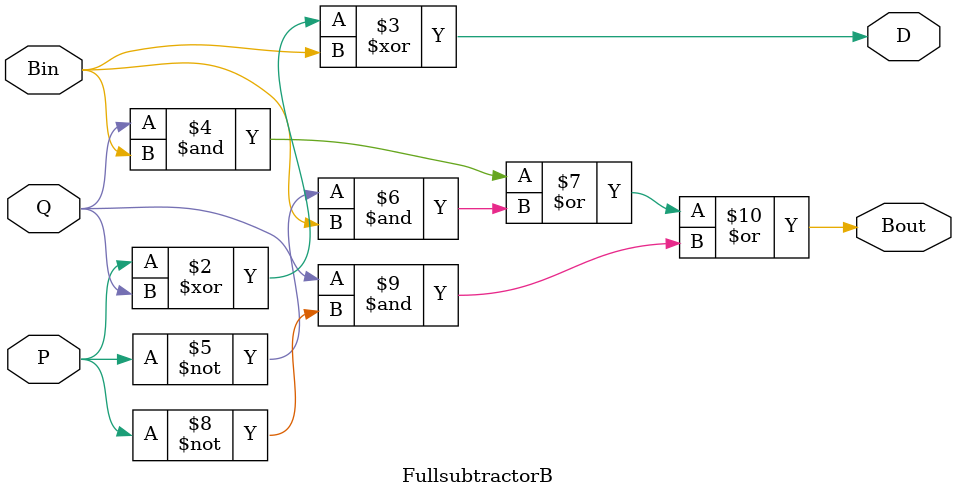
<source format=v>
`timescale 1ns / 1ps
module FullsubtractorB(D,Bout,P,Q,Bin
    );
input wire P,Q,Bin;
output reg D,Bout;
always @(P or Q or Bin)
begin
D=P^Q^Bin;
Bout=((Q&Bin)|((~P)&Bin)|(Q&(~P)));
end

endmodule

</source>
